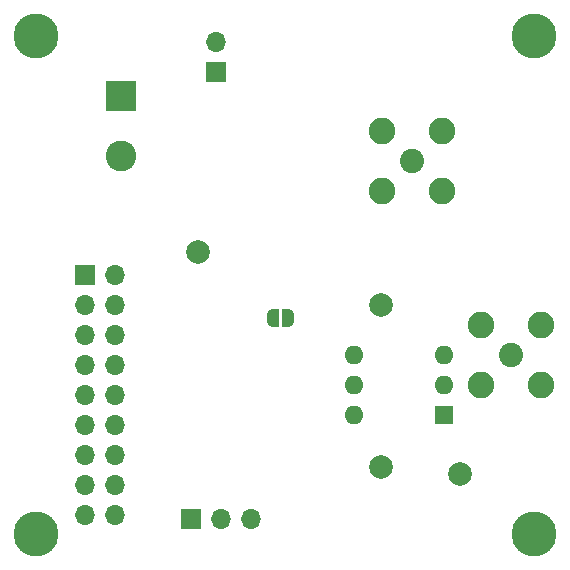
<source format=gbs>
G04 #@! TF.GenerationSoftware,KiCad,Pcbnew,8.0.6*
G04 #@! TF.CreationDate,2025-01-03T22:06:48-07:00*
G04 #@! TF.ProjectId,AD9744 Ersatz Eval Board Rev. A,41443937-3434-4204-9572-7361747a2045,rev?*
G04 #@! TF.SameCoordinates,Original*
G04 #@! TF.FileFunction,Soldermask,Bot*
G04 #@! TF.FilePolarity,Negative*
%FSLAX46Y46*%
G04 Gerber Fmt 4.6, Leading zero omitted, Abs format (unit mm)*
G04 Created by KiCad (PCBNEW 8.0.6) date 2025-01-03 22:06:48*
%MOMM*%
%LPD*%
G01*
G04 APERTURE LIST*
G04 Aperture macros list*
%AMFreePoly0*
4,1,19,0.500000,-0.750000,0.000000,-0.750000,0.000000,-0.744911,-0.071157,-0.744911,-0.207708,-0.704816,-0.327430,-0.627875,-0.420627,-0.520320,-0.479746,-0.390866,-0.500000,-0.250000,-0.500000,0.250000,-0.479746,0.390866,-0.420627,0.520320,-0.327430,0.627875,-0.207708,0.704816,-0.071157,0.744911,0.000000,0.744911,0.000000,0.750000,0.500000,0.750000,0.500000,-0.750000,0.500000,-0.750000,
$1*%
%AMFreePoly1*
4,1,19,0.000000,0.744911,0.071157,0.744911,0.207708,0.704816,0.327430,0.627875,0.420627,0.520320,0.479746,0.390866,0.500000,0.250000,0.500000,-0.250000,0.479746,-0.390866,0.420627,-0.520320,0.327430,-0.627875,0.207708,-0.704816,0.071157,-0.744911,0.000000,-0.744911,0.000000,-0.750000,-0.500000,-0.750000,-0.500000,0.750000,0.000000,0.750000,0.000000,0.744911,0.000000,0.744911,
$1*%
G04 Aperture macros list end*
%ADD10R,1.700000X1.700000*%
%ADD11O,1.700000X1.700000*%
%ADD12C,3.800000*%
%ADD13C,2.000000*%
%ADD14R,1.600000X1.600000*%
%ADD15O,1.600000X1.600000*%
%ADD16C,2.050000*%
%ADD17C,2.250000*%
%ADD18R,2.600000X2.600000*%
%ADD19C,2.600000*%
%ADD20FreePoly0,0.000000*%
%ADD21FreePoly1,0.000000*%
G04 APERTURE END LIST*
D10*
X124735000Y-100640000D03*
D11*
X127275000Y-100640000D03*
X124735000Y-103180000D03*
X127275000Y-103180000D03*
X124735000Y-105720000D03*
X127275000Y-105720000D03*
X124735000Y-108260000D03*
X127275000Y-108260000D03*
X124735000Y-110800000D03*
X127275000Y-110800000D03*
X124735000Y-113340000D03*
X127275000Y-113340000D03*
X124735000Y-115880000D03*
X127275000Y-115880000D03*
X124735000Y-118420000D03*
X127275000Y-118420000D03*
X124735000Y-120960000D03*
X127275000Y-120960000D03*
D12*
X162775000Y-122600000D03*
D13*
X149750000Y-116900000D03*
X149750000Y-103200000D03*
D14*
X155100000Y-112500000D03*
D15*
X155100000Y-109960000D03*
X155100000Y-107420000D03*
X147480000Y-107420000D03*
X147480000Y-109960000D03*
X147480000Y-112500000D03*
D12*
X120575000Y-122600000D03*
D16*
X160760000Y-107410000D03*
D17*
X158220000Y-104870000D03*
X158220000Y-109950000D03*
X163300000Y-104870000D03*
X163300000Y-109950000D03*
D12*
X120575000Y-80400000D03*
D10*
X135775000Y-83475000D03*
D11*
X135775000Y-80935000D03*
D10*
X133735000Y-121300000D03*
D11*
X136275000Y-121300000D03*
X138815000Y-121300000D03*
D16*
X152365000Y-91050000D03*
D17*
X149825000Y-88510000D03*
X149825000Y-93590000D03*
X154905000Y-88510000D03*
X154905000Y-93590000D03*
D18*
X127775000Y-85520000D03*
D19*
X127775000Y-90600000D03*
D13*
X134275000Y-98700000D03*
X156450000Y-117550000D03*
D12*
X162775000Y-80400000D03*
D20*
X140625000Y-104300000D03*
D21*
X141925000Y-104300000D03*
M02*

</source>
